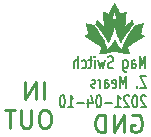
<source format=gbr>
%TF.GenerationSoftware,KiCad,Pcbnew,(5.1.6)-1*%
%TF.CreationDate,2021-05-10T20:56:14-04:00*%
%TF.ProjectId,magswitch,6d616773-7769-4746-9368-2e6b69636164,rev?*%
%TF.SameCoordinates,Original*%
%TF.FileFunction,Legend,Bot*%
%TF.FilePolarity,Positive*%
%FSLAX46Y46*%
G04 Gerber Fmt 4.6, Leading zero omitted, Abs format (unit mm)*
G04 Created by KiCad (PCBNEW (5.1.6)-1) date 2021-05-10 20:56:14*
%MOMM*%
%LPD*%
G01*
G04 APERTURE LIST*
%ADD10C,0.150000*%
%ADD11C,0.250000*%
%ADD12C,0.010000*%
G04 APERTURE END LIST*
D10*
X6073928Y12246619D02*
X6073928Y13246619D01*
X5823928Y12532333D01*
X5573928Y13246619D01*
X5573928Y12246619D01*
X4895357Y12246619D02*
X4895357Y12770428D01*
X4931071Y12865666D01*
X5002500Y12913285D01*
X5145357Y12913285D01*
X5216785Y12865666D01*
X4895357Y12294238D02*
X4966785Y12246619D01*
X5145357Y12246619D01*
X5216785Y12294238D01*
X5252500Y12389476D01*
X5252500Y12484714D01*
X5216785Y12579952D01*
X5145357Y12627571D01*
X4966785Y12627571D01*
X4895357Y12675190D01*
X4216785Y12913285D02*
X4216785Y12103761D01*
X4252500Y12008523D01*
X4288214Y11960904D01*
X4359642Y11913285D01*
X4466785Y11913285D01*
X4538214Y11960904D01*
X4216785Y12294238D02*
X4288214Y12246619D01*
X4431071Y12246619D01*
X4502500Y12294238D01*
X4538214Y12341857D01*
X4573928Y12437095D01*
X4573928Y12722809D01*
X4538214Y12818047D01*
X4502500Y12865666D01*
X4431071Y12913285D01*
X4288214Y12913285D01*
X4216785Y12865666D01*
X3323928Y12294238D02*
X3216785Y12246619D01*
X3038214Y12246619D01*
X2966785Y12294238D01*
X2931071Y12341857D01*
X2895357Y12437095D01*
X2895357Y12532333D01*
X2931071Y12627571D01*
X2966785Y12675190D01*
X3038214Y12722809D01*
X3181071Y12770428D01*
X3252500Y12818047D01*
X3288214Y12865666D01*
X3323928Y12960904D01*
X3323928Y13056142D01*
X3288214Y13151380D01*
X3252500Y13199000D01*
X3181071Y13246619D01*
X3002500Y13246619D01*
X2895357Y13199000D01*
X2645357Y12913285D02*
X2502500Y12246619D01*
X2359642Y12722809D01*
X2216785Y12246619D01*
X2073928Y12913285D01*
X1788214Y12246619D02*
X1788214Y12913285D01*
X1788214Y13246619D02*
X1823928Y13199000D01*
X1788214Y13151380D01*
X1752500Y13199000D01*
X1788214Y13246619D01*
X1788214Y13151380D01*
X1538214Y12913285D02*
X1252500Y12913285D01*
X1431071Y13246619D02*
X1431071Y12389476D01*
X1395357Y12294238D01*
X1323928Y12246619D01*
X1252500Y12246619D01*
X681071Y12294238D02*
X752500Y12246619D01*
X895357Y12246619D01*
X966785Y12294238D01*
X1002500Y12341857D01*
X1038214Y12437095D01*
X1038214Y12722809D01*
X1002500Y12818047D01*
X966785Y12865666D01*
X895357Y12913285D01*
X752500Y12913285D01*
X681071Y12865666D01*
X359642Y12246619D02*
X359642Y13246619D01*
X38214Y12246619D02*
X38214Y12770428D01*
X73928Y12865666D01*
X145357Y12913285D01*
X252500Y12913285D01*
X323928Y12865666D01*
X359642Y12818047D01*
X6145357Y11596619D02*
X5645357Y11596619D01*
X6145357Y10596619D01*
X5645357Y10596619D01*
X5359642Y10691857D02*
X5323928Y10644238D01*
X5359642Y10596619D01*
X5395357Y10644238D01*
X5359642Y10691857D01*
X5359642Y10596619D01*
X4431071Y10596619D02*
X4431071Y11596619D01*
X4181071Y10882333D01*
X3931071Y11596619D01*
X3931071Y10596619D01*
X3288214Y10644238D02*
X3359642Y10596619D01*
X3502500Y10596619D01*
X3573928Y10644238D01*
X3609642Y10739476D01*
X3609642Y11120428D01*
X3573928Y11215666D01*
X3502500Y11263285D01*
X3359642Y11263285D01*
X3288214Y11215666D01*
X3252500Y11120428D01*
X3252500Y11025190D01*
X3609642Y10929952D01*
X2609642Y10596619D02*
X2609642Y11120428D01*
X2645357Y11215666D01*
X2716785Y11263285D01*
X2859642Y11263285D01*
X2931071Y11215666D01*
X2609642Y10644238D02*
X2681071Y10596619D01*
X2859642Y10596619D01*
X2931071Y10644238D01*
X2966785Y10739476D01*
X2966785Y10834714D01*
X2931071Y10929952D01*
X2859642Y10977571D01*
X2681071Y10977571D01*
X2609642Y11025190D01*
X2252500Y10596619D02*
X2252500Y11263285D01*
X2252500Y11072809D02*
X2216785Y11168047D01*
X2181071Y11215666D01*
X2109642Y11263285D01*
X2038214Y11263285D01*
X1823928Y10644238D02*
X1752500Y10596619D01*
X1609642Y10596619D01*
X1538214Y10644238D01*
X1502500Y10739476D01*
X1502500Y10787095D01*
X1538214Y10882333D01*
X1609642Y10929952D01*
X1716785Y10929952D01*
X1788214Y10977571D01*
X1823928Y11072809D01*
X1823928Y11120428D01*
X1788214Y11215666D01*
X1716785Y11263285D01*
X1609642Y11263285D01*
X1538214Y11215666D01*
X6109642Y9851380D02*
X6073928Y9899000D01*
X6002500Y9946619D01*
X5823928Y9946619D01*
X5752500Y9899000D01*
X5716785Y9851380D01*
X5681071Y9756142D01*
X5681071Y9660904D01*
X5716785Y9518047D01*
X6145357Y8946619D01*
X5681071Y8946619D01*
X5216785Y9946619D02*
X5145357Y9946619D01*
X5073928Y9899000D01*
X5038214Y9851380D01*
X5002500Y9756142D01*
X4966785Y9565666D01*
X4966785Y9327571D01*
X5002500Y9137095D01*
X5038214Y9041857D01*
X5073928Y8994238D01*
X5145357Y8946619D01*
X5216785Y8946619D01*
X5288214Y8994238D01*
X5323928Y9041857D01*
X5359642Y9137095D01*
X5395357Y9327571D01*
X5395357Y9565666D01*
X5359642Y9756142D01*
X5323928Y9851380D01*
X5288214Y9899000D01*
X5216785Y9946619D01*
X4681071Y9851380D02*
X4645357Y9899000D01*
X4573928Y9946619D01*
X4395357Y9946619D01*
X4323928Y9899000D01*
X4288214Y9851380D01*
X4252500Y9756142D01*
X4252500Y9660904D01*
X4288214Y9518047D01*
X4716785Y8946619D01*
X4252500Y8946619D01*
X3538214Y8946619D02*
X3966785Y8946619D01*
X3752499Y8946619D02*
X3752499Y9946619D01*
X3823928Y9803761D01*
X3895357Y9708523D01*
X3966785Y9660904D01*
X3216785Y9327571D02*
X2645357Y9327571D01*
X2145357Y9946619D02*
X2073928Y9946619D01*
X2002499Y9899000D01*
X1966785Y9851380D01*
X1931071Y9756142D01*
X1895357Y9565666D01*
X1895357Y9327571D01*
X1931071Y9137095D01*
X1966785Y9041857D01*
X2002499Y8994238D01*
X2073928Y8946619D01*
X2145357Y8946619D01*
X2216785Y8994238D01*
X2252499Y9041857D01*
X2288214Y9137095D01*
X2323928Y9327571D01*
X2323928Y9565666D01*
X2288214Y9756142D01*
X2252499Y9851380D01*
X2216785Y9899000D01*
X2145357Y9946619D01*
X1252499Y9613285D02*
X1252499Y8946619D01*
X1431071Y9994238D02*
X1609642Y9279952D01*
X1145357Y9279952D01*
X859642Y9327571D02*
X288214Y9327571D01*
X-461785Y8946619D02*
X-33214Y8946619D01*
X-247500Y8946619D02*
X-247500Y9946619D01*
X-176071Y9803761D01*
X-104642Y9708523D01*
X-33214Y9660904D01*
X-926071Y9946619D02*
X-997500Y9946619D01*
X-1068928Y9899000D01*
X-1104642Y9851380D01*
X-1140357Y9756142D01*
X-1176071Y9565666D01*
X-1176071Y9327571D01*
X-1140357Y9137095D01*
X-1104642Y9041857D01*
X-1068928Y8994238D01*
X-997500Y8946619D01*
X-926071Y8946619D01*
X-854642Y8994238D01*
X-818928Y9041857D01*
X-783214Y9137095D01*
X-747500Y9327571D01*
X-747500Y9565666D01*
X-783214Y9756142D01*
X-818928Y9851380D01*
X-854642Y9899000D01*
X-926071Y9946619D01*
D11*
X-2310000Y8695428D02*
X-2595714Y8695428D01*
X-2738571Y8624000D01*
X-2881428Y8481142D01*
X-2952857Y8195428D01*
X-2952857Y7695428D01*
X-2881428Y7409714D01*
X-2738571Y7266857D01*
X-2595714Y7195428D01*
X-2310000Y7195428D01*
X-2167142Y7266857D01*
X-2024285Y7409714D01*
X-1952857Y7695428D01*
X-1952857Y8195428D01*
X-2024285Y8481142D01*
X-2167142Y8624000D01*
X-2310000Y8695428D01*
X-3595714Y8695428D02*
X-3595714Y7481142D01*
X-3667142Y7338285D01*
X-3738571Y7266857D01*
X-3881428Y7195428D01*
X-4167142Y7195428D01*
X-4310000Y7266857D01*
X-4381428Y7338285D01*
X-4452857Y7481142D01*
X-4452857Y8695428D01*
X-4952857Y8695428D02*
X-5809999Y8695428D01*
X-5381428Y7195428D02*
X-5381428Y8695428D01*
X4952857Y8243000D02*
X5095714Y8314428D01*
X5310000Y8314428D01*
X5524285Y8243000D01*
X5667142Y8100142D01*
X5738571Y7957285D01*
X5810000Y7671571D01*
X5810000Y7457285D01*
X5738571Y7171571D01*
X5667142Y7028714D01*
X5524285Y6885857D01*
X5310000Y6814428D01*
X5167142Y6814428D01*
X4952857Y6885857D01*
X4881428Y6957285D01*
X4881428Y7457285D01*
X5167142Y7457285D01*
X4238571Y6814428D02*
X4238571Y8314428D01*
X3381428Y6814428D01*
X3381428Y8314428D01*
X2667142Y6814428D02*
X2667142Y8314428D01*
X2310000Y8314428D01*
X2095714Y8243000D01*
X1952857Y8100142D01*
X1881428Y7957285D01*
X1810000Y7671571D01*
X1810000Y7457285D01*
X1881428Y7171571D01*
X1952857Y7028714D01*
X2095714Y6885857D01*
X2310000Y6814428D01*
X2667142Y6814428D01*
X-2516285Y9608428D02*
X-2516285Y11108428D01*
X-3230571Y9608428D02*
X-3230571Y11108428D01*
X-4087714Y9608428D01*
X-4087714Y11108428D01*
D12*
%TO.C,G\u002A\u002A\u002A*%
G36*
X3421086Y17723095D02*
G01*
X3410484Y17705931D01*
X3394267Y17678506D01*
X3372983Y17641785D01*
X3347183Y17596731D01*
X3317417Y17544310D01*
X3284235Y17485485D01*
X3248187Y17421222D01*
X3209824Y17352483D01*
X3176553Y17292606D01*
X3136631Y17220633D01*
X3098602Y17152105D01*
X3063017Y17088012D01*
X3030426Y17029344D01*
X3001381Y16977092D01*
X2976431Y16932245D01*
X2956127Y16895795D01*
X2941020Y16868730D01*
X2931661Y16852042D01*
X2928666Y16846803D01*
X2924443Y16845399D01*
X2914590Y16847050D01*
X2898087Y16852149D01*
X2873910Y16861091D01*
X2841038Y16874272D01*
X2798449Y16892084D01*
X2745120Y16914924D01*
X2688217Y16939615D01*
X2634771Y16962740D01*
X2585367Y16983802D01*
X2541445Y17002210D01*
X2504443Y17017375D01*
X2475801Y17028707D01*
X2456957Y17035618D01*
X2449349Y17037518D01*
X2449300Y17037483D01*
X2449320Y17030077D01*
X2450605Y17009792D01*
X2453070Y16977601D01*
X2456629Y16934478D01*
X2461195Y16881395D01*
X2466682Y16819327D01*
X2473005Y16749245D01*
X2480076Y16672124D01*
X2487810Y16588936D01*
X2496120Y16500655D01*
X2504920Y16408253D01*
X2506394Y16392887D01*
X2515279Y16299942D01*
X2523718Y16210986D01*
X2531621Y16126990D01*
X2538901Y16048923D01*
X2545468Y15977756D01*
X2551236Y15914459D01*
X2556115Y15860002D01*
X2560017Y15815357D01*
X2562854Y15781493D01*
X2564538Y15759381D01*
X2564980Y15749990D01*
X2564927Y15749731D01*
X2559348Y15753689D01*
X2544312Y15766113D01*
X2520743Y15786197D01*
X2489566Y15813137D01*
X2451704Y15846127D01*
X2408082Y15884364D01*
X2359624Y15927041D01*
X2307255Y15973354D01*
X2260939Y16014460D01*
X2205892Y16063306D01*
X2153900Y16109277D01*
X2105900Y16151555D01*
X2062826Y16189324D01*
X2025615Y16221767D01*
X1995203Y16248069D01*
X1972525Y16267413D01*
X1958518Y16278982D01*
X1954147Y16282095D01*
X1952022Y16280537D01*
X1948758Y16275092D01*
X1943901Y16264602D01*
X1936999Y16247911D01*
X1927599Y16223862D01*
X1915249Y16191298D01*
X1899497Y16149061D01*
X1879889Y16095996D01*
X1857247Y16034417D01*
X1836573Y15978108D01*
X1895874Y15909698D01*
X1972384Y15819194D01*
X2052633Y15720105D01*
X2135496Y15614040D01*
X2219847Y15502609D01*
X2304560Y15387422D01*
X2388510Y15270089D01*
X2470571Y15152221D01*
X2549618Y15035427D01*
X2624524Y14921317D01*
X2694164Y14811501D01*
X2757413Y14707590D01*
X2813144Y14611193D01*
X2846808Y14549563D01*
X2884599Y14478377D01*
X2907555Y14511742D01*
X2951316Y14580105D01*
X2996661Y14659778D01*
X3042500Y14748413D01*
X3087743Y14843663D01*
X3131298Y14943179D01*
X3172075Y15044613D01*
X3208984Y15145617D01*
X3227192Y15199986D01*
X3260025Y15307020D01*
X3292889Y15424603D01*
X3324955Y15549394D01*
X3355395Y15678052D01*
X3383381Y15807234D01*
X3405154Y15917803D01*
X3424871Y16023236D01*
X3460696Y15844734D01*
X3500287Y15658848D01*
X3541993Y15485710D01*
X3586190Y15324262D01*
X3633253Y15173444D01*
X3683557Y15032197D01*
X3737478Y14899461D01*
X3795391Y14774178D01*
X3857670Y14655286D01*
X3918731Y14551311D01*
X3935356Y14524896D01*
X3949568Y14503144D01*
X3959643Y14488644D01*
X3963554Y14484011D01*
X3968719Y14488361D01*
X3978334Y14502660D01*
X3990763Y14524341D01*
X3998037Y14538151D01*
X4038485Y14613516D01*
X4087109Y14697939D01*
X4142921Y14790005D01*
X4204934Y14888298D01*
X4272159Y14991403D01*
X4343609Y15097903D01*
X4418296Y15206384D01*
X4495231Y15315428D01*
X4573426Y15423621D01*
X4651894Y15529546D01*
X4729647Y15631787D01*
X4805696Y15728930D01*
X4879053Y15819558D01*
X4948731Y15902255D01*
X4955167Y15909698D01*
X5014467Y15978108D01*
X4993794Y16034417D01*
X4970096Y16098864D01*
X4950684Y16151382D01*
X4935108Y16193126D01*
X4922915Y16225252D01*
X4913653Y16248918D01*
X4906870Y16265278D01*
X4902114Y16275490D01*
X4898933Y16280709D01*
X4896968Y16282095D01*
X4890878Y16277599D01*
X4875336Y16264655D01*
X4851280Y16244079D01*
X4819645Y16216687D01*
X4781366Y16183294D01*
X4737380Y16144717D01*
X4688622Y16101772D01*
X4636029Y16055274D01*
X4590099Y16014538D01*
X4535136Y15965809D01*
X4483313Y15920038D01*
X4435554Y15878027D01*
X4392782Y15840582D01*
X4355922Y15808508D01*
X4325898Y15782610D01*
X4303634Y15763691D01*
X4290055Y15752556D01*
X4286036Y15749808D01*
X4286275Y15756991D01*
X4287770Y15777056D01*
X4290433Y15809034D01*
X4294175Y15851953D01*
X4298907Y15904845D01*
X4304541Y15966739D01*
X4310989Y16036664D01*
X4318162Y16113650D01*
X4325973Y16196728D01*
X4334331Y16284927D01*
X4335411Y16296241D01*
X3678380Y16296241D01*
X3675837Y16295499D01*
X3665612Y16303030D01*
X3649832Y16317236D01*
X3647790Y16319194D01*
X3623172Y16339687D01*
X3592582Y16360692D01*
X3564698Y16376571D01*
X3502588Y16400156D01*
X3439539Y16410226D01*
X3376927Y16406990D01*
X3316128Y16390657D01*
X3258519Y16361437D01*
X3208548Y16322447D01*
X3190738Y16306581D01*
X3178096Y16296876D01*
X3172708Y16294876D01*
X3172819Y16296013D01*
X3175503Y16304383D01*
X3181953Y16324849D01*
X3191796Y16356219D01*
X3204659Y16397302D01*
X3220170Y16446904D01*
X3237956Y16503836D01*
X3257643Y16566903D01*
X3278860Y16634915D01*
X3300120Y16703109D01*
X3322353Y16774400D01*
X3343342Y16841629D01*
X3362727Y16903639D01*
X3380143Y16959272D01*
X3395229Y17007372D01*
X3407620Y17046781D01*
X3416954Y17076342D01*
X3422869Y17094897D01*
X3424996Y17101288D01*
X3427230Y17095112D01*
X3433235Y17076790D01*
X3442648Y17047464D01*
X3455109Y17008278D01*
X3470255Y16960376D01*
X3487726Y16904900D01*
X3507159Y16842995D01*
X3528193Y16775804D01*
X3550417Y16704630D01*
X3572799Y16632891D01*
X3594009Y16564968D01*
X3613676Y16502049D01*
X3631427Y16445323D01*
X3646888Y16395979D01*
X3659689Y16355205D01*
X3669456Y16324189D01*
X3675817Y16304121D01*
X3678380Y16296241D01*
X4335411Y16296241D01*
X4343150Y16377276D01*
X4344647Y16392887D01*
X4353518Y16485869D01*
X4361912Y16574890D01*
X4369743Y16658977D01*
X4376924Y16737157D01*
X4383369Y16808457D01*
X4388992Y16871902D01*
X4393707Y16926521D01*
X4397428Y16971339D01*
X4400069Y17005383D01*
X4401543Y17027680D01*
X4401765Y17037258D01*
X4401677Y17037546D01*
X4394514Y17035872D01*
X4376062Y17029168D01*
X4347764Y17018026D01*
X4311062Y17003034D01*
X4267401Y16984782D01*
X4218225Y16963861D01*
X4164976Y16940861D01*
X4163875Y16940382D01*
X4110614Y16917230D01*
X4061494Y16895931D01*
X4017947Y16877101D01*
X3981404Y16861358D01*
X3953295Y16849317D01*
X3935051Y16841595D01*
X3928105Y16838809D01*
X3928091Y16838808D01*
X3924415Y16844739D01*
X3914540Y16861897D01*
X3898998Y16889328D01*
X3878323Y16926078D01*
X3853048Y16971194D01*
X3823707Y17023721D01*
X3790833Y17082707D01*
X3754960Y17147196D01*
X3716622Y17216237D01*
X3679089Y17283934D01*
X3638851Y17356394D01*
X3600468Y17425189D01*
X3564484Y17489364D01*
X3531442Y17547964D01*
X3501887Y17600033D01*
X3476362Y17644618D01*
X3455413Y17680762D01*
X3439582Y17707511D01*
X3429415Y17723909D01*
X3425520Y17729033D01*
X3421086Y17723095D01*
G37*
X3421086Y17723095D02*
X3410484Y17705931D01*
X3394267Y17678506D01*
X3372983Y17641785D01*
X3347183Y17596731D01*
X3317417Y17544310D01*
X3284235Y17485485D01*
X3248187Y17421222D01*
X3209824Y17352483D01*
X3176553Y17292606D01*
X3136631Y17220633D01*
X3098602Y17152105D01*
X3063017Y17088012D01*
X3030426Y17029344D01*
X3001381Y16977092D01*
X2976431Y16932245D01*
X2956127Y16895795D01*
X2941020Y16868730D01*
X2931661Y16852042D01*
X2928666Y16846803D01*
X2924443Y16845399D01*
X2914590Y16847050D01*
X2898087Y16852149D01*
X2873910Y16861091D01*
X2841038Y16874272D01*
X2798449Y16892084D01*
X2745120Y16914924D01*
X2688217Y16939615D01*
X2634771Y16962740D01*
X2585367Y16983802D01*
X2541445Y17002210D01*
X2504443Y17017375D01*
X2475801Y17028707D01*
X2456957Y17035618D01*
X2449349Y17037518D01*
X2449300Y17037483D01*
X2449320Y17030077D01*
X2450605Y17009792D01*
X2453070Y16977601D01*
X2456629Y16934478D01*
X2461195Y16881395D01*
X2466682Y16819327D01*
X2473005Y16749245D01*
X2480076Y16672124D01*
X2487810Y16588936D01*
X2496120Y16500655D01*
X2504920Y16408253D01*
X2506394Y16392887D01*
X2515279Y16299942D01*
X2523718Y16210986D01*
X2531621Y16126990D01*
X2538901Y16048923D01*
X2545468Y15977756D01*
X2551236Y15914459D01*
X2556115Y15860002D01*
X2560017Y15815357D01*
X2562854Y15781493D01*
X2564538Y15759381D01*
X2564980Y15749990D01*
X2564927Y15749731D01*
X2559348Y15753689D01*
X2544312Y15766113D01*
X2520743Y15786197D01*
X2489566Y15813137D01*
X2451704Y15846127D01*
X2408082Y15884364D01*
X2359624Y15927041D01*
X2307255Y15973354D01*
X2260939Y16014460D01*
X2205892Y16063306D01*
X2153900Y16109277D01*
X2105900Y16151555D01*
X2062826Y16189324D01*
X2025615Y16221767D01*
X1995203Y16248069D01*
X1972525Y16267413D01*
X1958518Y16278982D01*
X1954147Y16282095D01*
X1952022Y16280537D01*
X1948758Y16275092D01*
X1943901Y16264602D01*
X1936999Y16247911D01*
X1927599Y16223862D01*
X1915249Y16191298D01*
X1899497Y16149061D01*
X1879889Y16095996D01*
X1857247Y16034417D01*
X1836573Y15978108D01*
X1895874Y15909698D01*
X1972384Y15819194D01*
X2052633Y15720105D01*
X2135496Y15614040D01*
X2219847Y15502609D01*
X2304560Y15387422D01*
X2388510Y15270089D01*
X2470571Y15152221D01*
X2549618Y15035427D01*
X2624524Y14921317D01*
X2694164Y14811501D01*
X2757413Y14707590D01*
X2813144Y14611193D01*
X2846808Y14549563D01*
X2884599Y14478377D01*
X2907555Y14511742D01*
X2951316Y14580105D01*
X2996661Y14659778D01*
X3042500Y14748413D01*
X3087743Y14843663D01*
X3131298Y14943179D01*
X3172075Y15044613D01*
X3208984Y15145617D01*
X3227192Y15199986D01*
X3260025Y15307020D01*
X3292889Y15424603D01*
X3324955Y15549394D01*
X3355395Y15678052D01*
X3383381Y15807234D01*
X3405154Y15917803D01*
X3424871Y16023236D01*
X3460696Y15844734D01*
X3500287Y15658848D01*
X3541993Y15485710D01*
X3586190Y15324262D01*
X3633253Y15173444D01*
X3683557Y15032197D01*
X3737478Y14899461D01*
X3795391Y14774178D01*
X3857670Y14655286D01*
X3918731Y14551311D01*
X3935356Y14524896D01*
X3949568Y14503144D01*
X3959643Y14488644D01*
X3963554Y14484011D01*
X3968719Y14488361D01*
X3978334Y14502660D01*
X3990763Y14524341D01*
X3998037Y14538151D01*
X4038485Y14613516D01*
X4087109Y14697939D01*
X4142921Y14790005D01*
X4204934Y14888298D01*
X4272159Y14991403D01*
X4343609Y15097903D01*
X4418296Y15206384D01*
X4495231Y15315428D01*
X4573426Y15423621D01*
X4651894Y15529546D01*
X4729647Y15631787D01*
X4805696Y15728930D01*
X4879053Y15819558D01*
X4948731Y15902255D01*
X4955167Y15909698D01*
X5014467Y15978108D01*
X4993794Y16034417D01*
X4970096Y16098864D01*
X4950684Y16151382D01*
X4935108Y16193126D01*
X4922915Y16225252D01*
X4913653Y16248918D01*
X4906870Y16265278D01*
X4902114Y16275490D01*
X4898933Y16280709D01*
X4896968Y16282095D01*
X4890878Y16277599D01*
X4875336Y16264655D01*
X4851280Y16244079D01*
X4819645Y16216687D01*
X4781366Y16183294D01*
X4737380Y16144717D01*
X4688622Y16101772D01*
X4636029Y16055274D01*
X4590099Y16014538D01*
X4535136Y15965809D01*
X4483313Y15920038D01*
X4435554Y15878027D01*
X4392782Y15840582D01*
X4355922Y15808508D01*
X4325898Y15782610D01*
X4303634Y15763691D01*
X4290055Y15752556D01*
X4286036Y15749808D01*
X4286275Y15756991D01*
X4287770Y15777056D01*
X4290433Y15809034D01*
X4294175Y15851953D01*
X4298907Y15904845D01*
X4304541Y15966739D01*
X4310989Y16036664D01*
X4318162Y16113650D01*
X4325973Y16196728D01*
X4334331Y16284927D01*
X4335411Y16296241D01*
X3678380Y16296241D01*
X3675837Y16295499D01*
X3665612Y16303030D01*
X3649832Y16317236D01*
X3647790Y16319194D01*
X3623172Y16339687D01*
X3592582Y16360692D01*
X3564698Y16376571D01*
X3502588Y16400156D01*
X3439539Y16410226D01*
X3376927Y16406990D01*
X3316128Y16390657D01*
X3258519Y16361437D01*
X3208548Y16322447D01*
X3190738Y16306581D01*
X3178096Y16296876D01*
X3172708Y16294876D01*
X3172819Y16296013D01*
X3175503Y16304383D01*
X3181953Y16324849D01*
X3191796Y16356219D01*
X3204659Y16397302D01*
X3220170Y16446904D01*
X3237956Y16503836D01*
X3257643Y16566903D01*
X3278860Y16634915D01*
X3300120Y16703109D01*
X3322353Y16774400D01*
X3343342Y16841629D01*
X3362727Y16903639D01*
X3380143Y16959272D01*
X3395229Y17007372D01*
X3407620Y17046781D01*
X3416954Y17076342D01*
X3422869Y17094897D01*
X3424996Y17101288D01*
X3427230Y17095112D01*
X3433235Y17076790D01*
X3442648Y17047464D01*
X3455109Y17008278D01*
X3470255Y16960376D01*
X3487726Y16904900D01*
X3507159Y16842995D01*
X3528193Y16775804D01*
X3550417Y16704630D01*
X3572799Y16632891D01*
X3594009Y16564968D01*
X3613676Y16502049D01*
X3631427Y16445323D01*
X3646888Y16395979D01*
X3659689Y16355205D01*
X3669456Y16324189D01*
X3675817Y16304121D01*
X3678380Y16296241D01*
X4335411Y16296241D01*
X4343150Y16377276D01*
X4344647Y16392887D01*
X4353518Y16485869D01*
X4361912Y16574890D01*
X4369743Y16658977D01*
X4376924Y16737157D01*
X4383369Y16808457D01*
X4388992Y16871902D01*
X4393707Y16926521D01*
X4397428Y16971339D01*
X4400069Y17005383D01*
X4401543Y17027680D01*
X4401765Y17037258D01*
X4401677Y17037546D01*
X4394514Y17035872D01*
X4376062Y17029168D01*
X4347764Y17018026D01*
X4311062Y17003034D01*
X4267401Y16984782D01*
X4218225Y16963861D01*
X4164976Y16940861D01*
X4163875Y16940382D01*
X4110614Y16917230D01*
X4061494Y16895931D01*
X4017947Y16877101D01*
X3981404Y16861358D01*
X3953295Y16849317D01*
X3935051Y16841595D01*
X3928105Y16838809D01*
X3928091Y16838808D01*
X3924415Y16844739D01*
X3914540Y16861897D01*
X3898998Y16889328D01*
X3878323Y16926078D01*
X3853048Y16971194D01*
X3823707Y17023721D01*
X3790833Y17082707D01*
X3754960Y17147196D01*
X3716622Y17216237D01*
X3679089Y17283934D01*
X3638851Y17356394D01*
X3600468Y17425189D01*
X3564484Y17489364D01*
X3531442Y17547964D01*
X3501887Y17600033D01*
X3476362Y17644618D01*
X3455413Y17680762D01*
X3439582Y17707511D01*
X3429415Y17723909D01*
X3425520Y17729033D01*
X3421086Y17723095D01*
G36*
X5828303Y16027030D02*
G01*
X5808967Y16023600D01*
X5778648Y16017970D01*
X5738681Y16010395D01*
X5690401Y16001129D01*
X5635141Y15990428D01*
X5574238Y15978545D01*
X5509024Y15965737D01*
X5507906Y15965516D01*
X5427323Y15949526D01*
X5359525Y15935818D01*
X5303604Y15924185D01*
X5258652Y15914420D01*
X5223761Y15906317D01*
X5198022Y15899670D01*
X5180526Y15894271D01*
X5170367Y15889915D01*
X5167898Y15888196D01*
X5155426Y15874773D01*
X5136274Y15851344D01*
X5111553Y15819434D01*
X5082376Y15780567D01*
X5049856Y15736268D01*
X5015104Y15688063D01*
X4979233Y15637476D01*
X4943356Y15586031D01*
X4908585Y15535255D01*
X4886727Y15502766D01*
X4783458Y15343666D01*
X4682281Y15179224D01*
X4584346Y15011571D01*
X4490801Y14842837D01*
X4402798Y14675153D01*
X4321487Y14510648D01*
X4248016Y14351454D01*
X4184218Y14201383D01*
X4168134Y14160370D01*
X4150650Y14113562D01*
X4132589Y14063382D01*
X4114770Y14012251D01*
X4098013Y13962591D01*
X4083140Y13916824D01*
X4070970Y13877371D01*
X4062324Y13846654D01*
X4058611Y13830628D01*
X4054353Y13813985D01*
X4049880Y13805155D01*
X4048923Y13804726D01*
X4042246Y13809766D01*
X4027928Y13823858D01*
X4007354Y13845459D01*
X3981912Y13873027D01*
X3952984Y13905019D01*
X3921958Y13939892D01*
X3890218Y13976103D01*
X3859149Y14012111D01*
X3830136Y14046372D01*
X3808951Y14071960D01*
X3744069Y14153860D01*
X3684320Y14234877D01*
X3627583Y14318188D01*
X3571732Y14406965D01*
X3514646Y14504385D01*
X3488188Y14551529D01*
X3468487Y14586243D01*
X3450834Y14615834D01*
X3436380Y14638495D01*
X3426272Y14652421D01*
X3421741Y14655912D01*
X3416474Y14647854D01*
X3406157Y14630152D01*
X3392295Y14605444D01*
X3376822Y14577164D01*
X3299911Y14441284D01*
X3221753Y14316190D01*
X3140290Y14198775D01*
X3053463Y14085930D01*
X3042663Y14072643D01*
X3016219Y14040789D01*
X2986616Y14005960D01*
X2955233Y13969694D01*
X2923455Y13933532D01*
X2892661Y13899011D01*
X2864234Y13867671D01*
X2839555Y13841052D01*
X2820008Y13820691D01*
X2806972Y13808128D01*
X2802117Y13804726D01*
X2797871Y13810819D01*
X2793390Y13825931D01*
X2792429Y13830628D01*
X2787014Y13853074D01*
X2777451Y13886100D01*
X2764560Y13927283D01*
X2749162Y13974201D01*
X2732076Y14024433D01*
X2714124Y14075557D01*
X2696127Y14125151D01*
X2678903Y14170794D01*
X2666822Y14201383D01*
X2603508Y14350299D01*
X2531341Y14506739D01*
X2451482Y14668558D01*
X2365088Y14833610D01*
X2273317Y14999749D01*
X2177328Y15164829D01*
X2078278Y15326704D01*
X1977325Y15483228D01*
X1965005Y15501749D01*
X1931622Y15551178D01*
X1896389Y15602306D01*
X1860415Y15653611D01*
X1824812Y15703570D01*
X1790688Y15750661D01*
X1759155Y15793361D01*
X1731322Y15830146D01*
X1708300Y15859496D01*
X1691198Y15879886D01*
X1683447Y15887921D01*
X1676094Y15891889D01*
X1661209Y15896934D01*
X1637943Y15903248D01*
X1605448Y15911023D01*
X1562876Y15920453D01*
X1509376Y15931729D01*
X1444102Y15945045D01*
X1366205Y15960593D01*
X1343439Y15965092D01*
X1278134Y15977936D01*
X1217116Y15989863D01*
X1161719Y16000618D01*
X1113276Y16009945D01*
X1073122Y16017588D01*
X1042591Y16023292D01*
X1023015Y16026802D01*
X1015729Y16027863D01*
X1015718Y16027857D01*
X1017129Y16021157D01*
X1021643Y16002354D01*
X1028908Y15972829D01*
X1038576Y15933961D01*
X1050296Y15887131D01*
X1063718Y15833718D01*
X1078491Y15775103D01*
X1094267Y15712666D01*
X1110693Y15647786D01*
X1127421Y15581845D01*
X1144101Y15516221D01*
X1160381Y15452296D01*
X1175913Y15391449D01*
X1190345Y15335060D01*
X1203328Y15284509D01*
X1214512Y15241177D01*
X1223546Y15206443D01*
X1230080Y15181688D01*
X1233765Y15168292D01*
X1233924Y15167759D01*
X1232235Y15162459D01*
X1223932Y15154402D01*
X1207941Y15142884D01*
X1183185Y15127196D01*
X1148587Y15106634D01*
X1103071Y15080489D01*
X1087535Y15071683D01*
X1046305Y15048160D01*
X1009416Y15026715D01*
X978506Y15008334D01*
X955214Y14994003D01*
X941179Y14984706D01*
X937712Y14981600D01*
X943425Y14977189D01*
X960091Y14965653D01*
X986997Y14947462D01*
X1023433Y14923087D01*
X1068688Y14892996D01*
X1122050Y14857660D01*
X1182808Y14817548D01*
X1250251Y14773130D01*
X1323668Y14724875D01*
X1402347Y14673254D01*
X1485577Y14618736D01*
X1572648Y14561790D01*
X1640481Y14517485D01*
X1729991Y14458998D01*
X1816200Y14402559D01*
X1898395Y14348640D01*
X1975864Y14297712D01*
X2047897Y14250248D01*
X2113782Y14206718D01*
X2172806Y14167593D01*
X2224259Y14133346D01*
X2267428Y14104449D01*
X2301602Y14081371D01*
X2326070Y14064586D01*
X2340119Y14054564D01*
X2343391Y14051767D01*
X2341383Y14043815D01*
X2335595Y14024052D01*
X2326473Y13993927D01*
X2314463Y13954891D01*
X2300013Y13908391D01*
X2283570Y13855877D01*
X2265579Y13798800D01*
X2259101Y13778333D01*
X2240813Y13720158D01*
X2224109Y13666142D01*
X2209412Y13617716D01*
X2197142Y13576309D01*
X2187721Y13543351D01*
X2181572Y13520274D01*
X2179115Y13508506D01*
X2179210Y13507319D01*
X2186634Y13507463D01*
X2206889Y13509183D01*
X2238988Y13512369D01*
X2281948Y13516910D01*
X2334783Y13522695D01*
X2396509Y13529615D01*
X2466139Y13537559D01*
X2542691Y13546416D01*
X2625177Y13556076D01*
X2712614Y13566429D01*
X2804017Y13577363D01*
X2804635Y13577438D01*
X3425520Y13652096D01*
X4033682Y13578794D01*
X4124479Y13567873D01*
X4211541Y13557443D01*
X4293846Y13547626D01*
X4370372Y13538540D01*
X4440098Y13530306D01*
X4502003Y13523044D01*
X4555065Y13516874D01*
X4598262Y13511915D01*
X4630573Y13508288D01*
X4650976Y13506112D01*
X4658244Y13505493D01*
X4670843Y13507581D01*
X4674644Y13511268D01*
X4672606Y13518962D01*
X4666792Y13538466D01*
X4657652Y13568331D01*
X4645636Y13607106D01*
X4631194Y13653342D01*
X4614777Y13705588D01*
X4596833Y13762395D01*
X4591137Y13780369D01*
X4572807Y13838356D01*
X4555871Y13892296D01*
X4540779Y13940727D01*
X4527982Y13982186D01*
X4517930Y14015212D01*
X4511074Y14038342D01*
X4507865Y14050113D01*
X4507680Y14051210D01*
X4513401Y14055899D01*
X4530077Y14067705D01*
X4556996Y14086156D01*
X4593447Y14110780D01*
X4638717Y14141106D01*
X4692097Y14176660D01*
X4752873Y14216972D01*
X4820335Y14261567D01*
X4893771Y14309975D01*
X4972470Y14361724D01*
X5055719Y14416340D01*
X5142808Y14473352D01*
X5210529Y14517605D01*
X5300025Y14576082D01*
X5386219Y14632484D01*
X5468398Y14686342D01*
X5545852Y14737186D01*
X5617870Y14784546D01*
X5683741Y14827953D01*
X5742754Y14866936D01*
X5794197Y14901028D01*
X5837359Y14929756D01*
X5871529Y14952654D01*
X5895997Y14969249D01*
X5910050Y14979074D01*
X5913328Y14981720D01*
X5907524Y14986444D01*
X5891203Y14996963D01*
X5866005Y15012293D01*
X5833568Y15031450D01*
X5795532Y15053451D01*
X5763506Y15071683D01*
X5714592Y15099594D01*
X5676911Y15121716D01*
X5649387Y15138757D01*
X5630943Y15151422D01*
X5620503Y15160418D01*
X5616990Y15166452D01*
X5617116Y15167759D01*
X5620584Y15180276D01*
X5626926Y15204254D01*
X5635793Y15238313D01*
X5646835Y15281072D01*
X5659701Y15331151D01*
X5674041Y15387171D01*
X5689505Y15447750D01*
X5705744Y15511508D01*
X5722407Y15577066D01*
X5739143Y15643043D01*
X5755604Y15708059D01*
X5771438Y15770733D01*
X5786295Y15829686D01*
X5799827Y15883537D01*
X5811681Y15930906D01*
X5821509Y15970412D01*
X5828960Y16000676D01*
X5833685Y16020318D01*
X5835332Y16027956D01*
X5835323Y16028006D01*
X5828303Y16027030D01*
G37*
X5828303Y16027030D02*
X5808967Y16023600D01*
X5778648Y16017970D01*
X5738681Y16010395D01*
X5690401Y16001129D01*
X5635141Y15990428D01*
X5574238Y15978545D01*
X5509024Y15965737D01*
X5507906Y15965516D01*
X5427323Y15949526D01*
X5359525Y15935818D01*
X5303604Y15924185D01*
X5258652Y15914420D01*
X5223761Y15906317D01*
X5198022Y15899670D01*
X5180526Y15894271D01*
X5170367Y15889915D01*
X5167898Y15888196D01*
X5155426Y15874773D01*
X5136274Y15851344D01*
X5111553Y15819434D01*
X5082376Y15780567D01*
X5049856Y15736268D01*
X5015104Y15688063D01*
X4979233Y15637476D01*
X4943356Y15586031D01*
X4908585Y15535255D01*
X4886727Y15502766D01*
X4783458Y15343666D01*
X4682281Y15179224D01*
X4584346Y15011571D01*
X4490801Y14842837D01*
X4402798Y14675153D01*
X4321487Y14510648D01*
X4248016Y14351454D01*
X4184218Y14201383D01*
X4168134Y14160370D01*
X4150650Y14113562D01*
X4132589Y14063382D01*
X4114770Y14012251D01*
X4098013Y13962591D01*
X4083140Y13916824D01*
X4070970Y13877371D01*
X4062324Y13846654D01*
X4058611Y13830628D01*
X4054353Y13813985D01*
X4049880Y13805155D01*
X4048923Y13804726D01*
X4042246Y13809766D01*
X4027928Y13823858D01*
X4007354Y13845459D01*
X3981912Y13873027D01*
X3952984Y13905019D01*
X3921958Y13939892D01*
X3890218Y13976103D01*
X3859149Y14012111D01*
X3830136Y14046372D01*
X3808951Y14071960D01*
X3744069Y14153860D01*
X3684320Y14234877D01*
X3627583Y14318188D01*
X3571732Y14406965D01*
X3514646Y14504385D01*
X3488188Y14551529D01*
X3468487Y14586243D01*
X3450834Y14615834D01*
X3436380Y14638495D01*
X3426272Y14652421D01*
X3421741Y14655912D01*
X3416474Y14647854D01*
X3406157Y14630152D01*
X3392295Y14605444D01*
X3376822Y14577164D01*
X3299911Y14441284D01*
X3221753Y14316190D01*
X3140290Y14198775D01*
X3053463Y14085930D01*
X3042663Y14072643D01*
X3016219Y14040789D01*
X2986616Y14005960D01*
X2955233Y13969694D01*
X2923455Y13933532D01*
X2892661Y13899011D01*
X2864234Y13867671D01*
X2839555Y13841052D01*
X2820008Y13820691D01*
X2806972Y13808128D01*
X2802117Y13804726D01*
X2797871Y13810819D01*
X2793390Y13825931D01*
X2792429Y13830628D01*
X2787014Y13853074D01*
X2777451Y13886100D01*
X2764560Y13927283D01*
X2749162Y13974201D01*
X2732076Y14024433D01*
X2714124Y14075557D01*
X2696127Y14125151D01*
X2678903Y14170794D01*
X2666822Y14201383D01*
X2603508Y14350299D01*
X2531341Y14506739D01*
X2451482Y14668558D01*
X2365088Y14833610D01*
X2273317Y14999749D01*
X2177328Y15164829D01*
X2078278Y15326704D01*
X1977325Y15483228D01*
X1965005Y15501749D01*
X1931622Y15551178D01*
X1896389Y15602306D01*
X1860415Y15653611D01*
X1824812Y15703570D01*
X1790688Y15750661D01*
X1759155Y15793361D01*
X1731322Y15830146D01*
X1708300Y15859496D01*
X1691198Y15879886D01*
X1683447Y15887921D01*
X1676094Y15891889D01*
X1661209Y15896934D01*
X1637943Y15903248D01*
X1605448Y15911023D01*
X1562876Y15920453D01*
X1509376Y15931729D01*
X1444102Y15945045D01*
X1366205Y15960593D01*
X1343439Y15965092D01*
X1278134Y15977936D01*
X1217116Y15989863D01*
X1161719Y16000618D01*
X1113276Y16009945D01*
X1073122Y16017588D01*
X1042591Y16023292D01*
X1023015Y16026802D01*
X1015729Y16027863D01*
X1015718Y16027857D01*
X1017129Y16021157D01*
X1021643Y16002354D01*
X1028908Y15972829D01*
X1038576Y15933961D01*
X1050296Y15887131D01*
X1063718Y15833718D01*
X1078491Y15775103D01*
X1094267Y15712666D01*
X1110693Y15647786D01*
X1127421Y15581845D01*
X1144101Y15516221D01*
X1160381Y15452296D01*
X1175913Y15391449D01*
X1190345Y15335060D01*
X1203328Y15284509D01*
X1214512Y15241177D01*
X1223546Y15206443D01*
X1230080Y15181688D01*
X1233765Y15168292D01*
X1233924Y15167759D01*
X1232235Y15162459D01*
X1223932Y15154402D01*
X1207941Y15142884D01*
X1183185Y15127196D01*
X1148587Y15106634D01*
X1103071Y15080489D01*
X1087535Y15071683D01*
X1046305Y15048160D01*
X1009416Y15026715D01*
X978506Y15008334D01*
X955214Y14994003D01*
X941179Y14984706D01*
X937712Y14981600D01*
X943425Y14977189D01*
X960091Y14965653D01*
X986997Y14947462D01*
X1023433Y14923087D01*
X1068688Y14892996D01*
X1122050Y14857660D01*
X1182808Y14817548D01*
X1250251Y14773130D01*
X1323668Y14724875D01*
X1402347Y14673254D01*
X1485577Y14618736D01*
X1572648Y14561790D01*
X1640481Y14517485D01*
X1729991Y14458998D01*
X1816200Y14402559D01*
X1898395Y14348640D01*
X1975864Y14297712D01*
X2047897Y14250248D01*
X2113782Y14206718D01*
X2172806Y14167593D01*
X2224259Y14133346D01*
X2267428Y14104449D01*
X2301602Y14081371D01*
X2326070Y14064586D01*
X2340119Y14054564D01*
X2343391Y14051767D01*
X2341383Y14043815D01*
X2335595Y14024052D01*
X2326473Y13993927D01*
X2314463Y13954891D01*
X2300013Y13908391D01*
X2283570Y13855877D01*
X2265579Y13798800D01*
X2259101Y13778333D01*
X2240813Y13720158D01*
X2224109Y13666142D01*
X2209412Y13617716D01*
X2197142Y13576309D01*
X2187721Y13543351D01*
X2181572Y13520274D01*
X2179115Y13508506D01*
X2179210Y13507319D01*
X2186634Y13507463D01*
X2206889Y13509183D01*
X2238988Y13512369D01*
X2281948Y13516910D01*
X2334783Y13522695D01*
X2396509Y13529615D01*
X2466139Y13537559D01*
X2542691Y13546416D01*
X2625177Y13556076D01*
X2712614Y13566429D01*
X2804017Y13577363D01*
X2804635Y13577438D01*
X3425520Y13652096D01*
X4033682Y13578794D01*
X4124479Y13567873D01*
X4211541Y13557443D01*
X4293846Y13547626D01*
X4370372Y13538540D01*
X4440098Y13530306D01*
X4502003Y13523044D01*
X4555065Y13516874D01*
X4598262Y13511915D01*
X4630573Y13508288D01*
X4650976Y13506112D01*
X4658244Y13505493D01*
X4670843Y13507581D01*
X4674644Y13511268D01*
X4672606Y13518962D01*
X4666792Y13538466D01*
X4657652Y13568331D01*
X4645636Y13607106D01*
X4631194Y13653342D01*
X4614777Y13705588D01*
X4596833Y13762395D01*
X4591137Y13780369D01*
X4572807Y13838356D01*
X4555871Y13892296D01*
X4540779Y13940727D01*
X4527982Y13982186D01*
X4517930Y14015212D01*
X4511074Y14038342D01*
X4507865Y14050113D01*
X4507680Y14051210D01*
X4513401Y14055899D01*
X4530077Y14067705D01*
X4556996Y14086156D01*
X4593447Y14110780D01*
X4638717Y14141106D01*
X4692097Y14176660D01*
X4752873Y14216972D01*
X4820335Y14261567D01*
X4893771Y14309975D01*
X4972470Y14361724D01*
X5055719Y14416340D01*
X5142808Y14473352D01*
X5210529Y14517605D01*
X5300025Y14576082D01*
X5386219Y14632484D01*
X5468398Y14686342D01*
X5545852Y14737186D01*
X5617870Y14784546D01*
X5683741Y14827953D01*
X5742754Y14866936D01*
X5794197Y14901028D01*
X5837359Y14929756D01*
X5871529Y14952654D01*
X5895997Y14969249D01*
X5910050Y14979074D01*
X5913328Y14981720D01*
X5907524Y14986444D01*
X5891203Y14996963D01*
X5866005Y15012293D01*
X5833568Y15031450D01*
X5795532Y15053451D01*
X5763506Y15071683D01*
X5714592Y15099594D01*
X5676911Y15121716D01*
X5649387Y15138757D01*
X5630943Y15151422D01*
X5620503Y15160418D01*
X5616990Y15166452D01*
X5617116Y15167759D01*
X5620584Y15180276D01*
X5626926Y15204254D01*
X5635793Y15238313D01*
X5646835Y15281072D01*
X5659701Y15331151D01*
X5674041Y15387171D01*
X5689505Y15447750D01*
X5705744Y15511508D01*
X5722407Y15577066D01*
X5739143Y15643043D01*
X5755604Y15708059D01*
X5771438Y15770733D01*
X5786295Y15829686D01*
X5799827Y15883537D01*
X5811681Y15930906D01*
X5821509Y15970412D01*
X5828960Y16000676D01*
X5833685Y16020318D01*
X5835332Y16027956D01*
X5835323Y16028006D01*
X5828303Y16027030D01*
%TD*%
M02*

</source>
